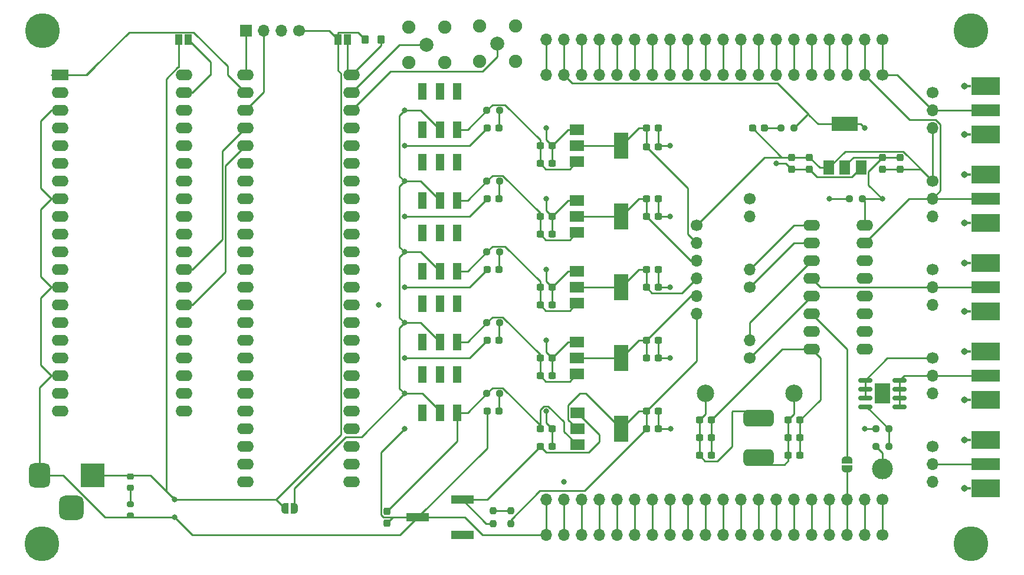
<source format=gbr>
%TF.GenerationSoftware,KiCad,Pcbnew,(6.0.5)*%
%TF.CreationDate,2022-08-06T22:36:06+10:00*%
%TF.ProjectId,glitcher,676c6974-6368-4657-922e-6b696361645f,rev?*%
%TF.SameCoordinates,Original*%
%TF.FileFunction,Copper,L1,Top*%
%TF.FilePolarity,Positive*%
%FSLAX46Y46*%
G04 Gerber Fmt 4.6, Leading zero omitted, Abs format (unit mm)*
G04 Created by KiCad (PCBNEW (6.0.5)) date 2022-08-06 22:36:06*
%MOMM*%
%LPD*%
G01*
G04 APERTURE LIST*
G04 Aperture macros list*
%AMRoundRect*
0 Rectangle with rounded corners*
0 $1 Rounding radius*
0 $2 $3 $4 $5 $6 $7 $8 $9 X,Y pos of 4 corners*
0 Add a 4 corners polygon primitive as box body*
4,1,4,$2,$3,$4,$5,$6,$7,$8,$9,$2,$3,0*
0 Add four circle primitives for the rounded corners*
1,1,$1+$1,$2,$3*
1,1,$1+$1,$4,$5*
1,1,$1+$1,$6,$7*
1,1,$1+$1,$8,$9*
0 Add four rect primitives between the rounded corners*
20,1,$1+$1,$2,$3,$4,$5,0*
20,1,$1+$1,$4,$5,$6,$7,0*
20,1,$1+$1,$6,$7,$8,$9,0*
20,1,$1+$1,$8,$9,$2,$3,0*%
%AMFreePoly0*
4,1,22,0.500000,-0.750000,0.000000,-0.750000,0.000000,-0.745033,-0.079941,-0.743568,-0.215256,-0.701293,-0.333266,-0.622738,-0.424486,-0.514219,-0.481581,-0.384460,-0.499164,-0.250000,-0.500000,-0.250000,-0.500000,0.250000,-0.499164,0.250000,-0.499963,0.256109,-0.478152,0.396186,-0.417904,0.524511,-0.324060,0.630769,-0.204165,0.706417,-0.067858,0.745374,0.000000,0.744959,0.000000,0.750000,
0.500000,0.750000,0.500000,-0.750000,0.500000,-0.750000,$1*%
%AMFreePoly1*
4,1,20,0.000000,0.744959,0.073905,0.744508,0.209726,0.703889,0.328688,0.626782,0.421226,0.519385,0.479903,0.390333,0.500000,0.250000,0.500000,-0.250000,0.499851,-0.262216,0.476331,-0.402017,0.414519,-0.529596,0.319384,-0.634700,0.198574,-0.708877,0.061801,-0.746166,0.000000,-0.745033,0.000000,-0.750000,-0.500000,-0.750000,-0.500000,0.750000,0.000000,0.750000,0.000000,0.744959,
0.000000,0.744959,$1*%
G04 Aperture macros list end*
%TA.AperFunction,SMDPad,CuDef*%
%ADD10RoundRect,0.600000X-1.590000X-0.600000X1.590000X-0.600000X1.590000X0.600000X-1.590000X0.600000X0*%
%TD*%
%TA.AperFunction,ComponentPad*%
%ADD11C,2.006600*%
%TD*%
%TA.AperFunction,ComponentPad*%
%ADD12C,1.905000*%
%TD*%
%TA.AperFunction,SMDPad,CuDef*%
%ADD13R,2.000000X1.500000*%
%TD*%
%TA.AperFunction,SMDPad,CuDef*%
%ADD14R,2.000000X3.800000*%
%TD*%
%TA.AperFunction,ComponentPad*%
%ADD15C,1.700000*%
%TD*%
%TA.AperFunction,ComponentPad*%
%ADD16O,1.700000X1.700000*%
%TD*%
%TA.AperFunction,ComponentPad*%
%ADD17C,5.000000*%
%TD*%
%TA.AperFunction,SMDPad,CuDef*%
%ADD18RoundRect,0.237500X-0.300000X-0.237500X0.300000X-0.237500X0.300000X0.237500X-0.300000X0.237500X0*%
%TD*%
%TA.AperFunction,SMDPad,CuDef*%
%ADD19RoundRect,0.237500X-0.250000X-0.237500X0.250000X-0.237500X0.250000X0.237500X-0.250000X0.237500X0*%
%TD*%
%TA.AperFunction,SMDPad,CuDef*%
%ADD20RoundRect,0.237500X-0.287500X-0.237500X0.287500X-0.237500X0.287500X0.237500X-0.287500X0.237500X0*%
%TD*%
%TA.AperFunction,SMDPad,CuDef*%
%ADD21R,1.193800X2.489200*%
%TD*%
%TA.AperFunction,SMDPad,CuDef*%
%ADD22RoundRect,0.237500X-0.237500X0.300000X-0.237500X-0.300000X0.237500X-0.300000X0.237500X0.300000X0*%
%TD*%
%TA.AperFunction,SMDPad,CuDef*%
%ADD23RoundRect,0.150000X-0.825000X-0.150000X0.825000X-0.150000X0.825000X0.150000X-0.825000X0.150000X0*%
%TD*%
%TA.AperFunction,SMDPad,CuDef*%
%ADD24R,2.290000X3.000000*%
%TD*%
%TA.AperFunction,SMDPad,CuDef*%
%ADD25R,3.300000X1.190000*%
%TD*%
%TA.AperFunction,SMDPad,CuDef*%
%ADD26RoundRect,0.237500X-0.237500X0.250000X-0.237500X-0.250000X0.237500X-0.250000X0.237500X0.250000X0*%
%TD*%
%TA.AperFunction,SMDPad,CuDef*%
%ADD27C,2.500000*%
%TD*%
%TA.AperFunction,SMDPad,CuDef*%
%ADD28R,4.190000X1.780000*%
%TD*%
%TA.AperFunction,SMDPad,CuDef*%
%ADD29R,0.890000X0.460000*%
%TD*%
%TA.AperFunction,ComponentPad*%
%ADD30C,0.970000*%
%TD*%
%TA.AperFunction,SMDPad,CuDef*%
%ADD31R,4.190000X2.665000*%
%TD*%
%TA.AperFunction,SMDPad,CuDef*%
%ADD32RoundRect,0.250000X-0.275000X-0.350000X0.275000X-0.350000X0.275000X0.350000X-0.275000X0.350000X0*%
%TD*%
%TA.AperFunction,SMDPad,CuDef*%
%ADD33RoundRect,0.237500X0.250000X0.237500X-0.250000X0.237500X-0.250000X-0.237500X0.250000X-0.237500X0*%
%TD*%
%TA.AperFunction,ComponentPad*%
%ADD34R,1.700000X1.700000*%
%TD*%
%TA.AperFunction,SMDPad,CuDef*%
%ADD35RoundRect,0.200000X-0.275000X0.200000X-0.275000X-0.200000X0.275000X-0.200000X0.275000X0.200000X0*%
%TD*%
%TA.AperFunction,SMDPad,CuDef*%
%ADD36R,1.000000X1.500000*%
%TD*%
%TA.AperFunction,SMDPad,CuDef*%
%ADD37FreePoly0,270.000000*%
%TD*%
%TA.AperFunction,SMDPad,CuDef*%
%ADD38FreePoly1,270.000000*%
%TD*%
%TA.AperFunction,SMDPad,CuDef*%
%ADD39FreePoly0,0.000000*%
%TD*%
%TA.AperFunction,SMDPad,CuDef*%
%ADD40FreePoly1,0.000000*%
%TD*%
%TA.AperFunction,ComponentPad*%
%ADD41C,2.999999*%
%TD*%
%TA.AperFunction,ComponentPad*%
%ADD42O,2.400000X1.600000*%
%TD*%
%TA.AperFunction,ComponentPad*%
%ADD43R,2.400000X1.600000*%
%TD*%
%TA.AperFunction,ComponentPad*%
%ADD44R,3.500001X3.500001*%
%TD*%
%TA.AperFunction,ComponentPad*%
%ADD45RoundRect,0.750000X-0.749999X-1.000000X0.749999X-1.000000X0.749999X1.000000X-0.749999X1.000000X0*%
%TD*%
%TA.AperFunction,ComponentPad*%
%ADD46RoundRect,0.875000X-0.875000X-0.875000X0.875000X-0.875000X0.875000X0.875000X-0.875000X0.875000X0*%
%TD*%
%TA.AperFunction,SMDPad,CuDef*%
%ADD47RoundRect,0.237500X0.237500X-0.250000X0.237500X0.250000X-0.237500X0.250000X-0.237500X-0.250000X0*%
%TD*%
%TA.AperFunction,SMDPad,CuDef*%
%ADD48RoundRect,0.237500X0.237500X-0.300000X0.237500X0.300000X-0.237500X0.300000X-0.237500X-0.300000X0*%
%TD*%
%TA.AperFunction,SMDPad,CuDef*%
%ADD49R,1.500000X2.000000*%
%TD*%
%TA.AperFunction,SMDPad,CuDef*%
%ADD50R,3.800000X2.000000*%
%TD*%
%TA.AperFunction,SMDPad,CuDef*%
%ADD51RoundRect,0.218750X0.256250X-0.218750X0.256250X0.218750X-0.256250X0.218750X-0.256250X-0.218750X0*%
%TD*%
%TA.AperFunction,ViaPad*%
%ADD52C,0.800000*%
%TD*%
%TA.AperFunction,Conductor*%
%ADD53C,0.250000*%
%TD*%
G04 APERTURE END LIST*
D10*
%TO.P,L1,1,1*%
%TO.N,FILT_IN*%
X192404880Y-127241946D03*
%TO.P,L1,2,2*%
%TO.N,FILT_OUT*%
X192404880Y-132941946D03*
%TD*%
D11*
%TO.P,J_HVPULSE1,1,In*%
%TO.N,GL_HVPULSE*%
X144780000Y-73660000D03*
D12*
%TO.P,J_HVPULSE1,2,Ext*%
%TO.N,GND*%
X142227300Y-71107300D03*
%TO.P,J_HVPULSE1,3*%
X142227300Y-76212700D03*
%TO.P,J_HVPULSE1,4*%
X147332700Y-76212700D03*
%TO.P,J_HVPULSE1,5*%
X147332700Y-71107300D03*
%TD*%
D13*
%TO.P,U6_VADJ_OUT1,1,ADJ*%
%TO.N,Net-(C11-Pad1)*%
X166394880Y-126521946D03*
%TO.P,U6_VADJ_OUT1,2,VO*%
%TO.N,VCC_VADJ*%
X166394880Y-128821946D03*
D14*
X172694880Y-128821946D03*
D13*
%TO.P,U6_VADJ_OUT1,3,VI*%
%TO.N,Net-(C3-Pad1)*%
X166394880Y-131121946D03*
%TD*%
D15*
%TO.P,J4,1,Pin_1*%
%TO.N,GND*%
X217349870Y-80561946D03*
D16*
%TO.P,J4,2,Pin_2*%
%TO.N,X_OUT*%
X217349880Y-83101946D03*
%TO.P,J4,3,Pin_3*%
%TO.N,GND*%
X217349880Y-85641946D03*
%TD*%
D15*
%TO.P,J_RIGHTEXP_OUTER1,1,Pin_1*%
%TO.N,X_OUT*%
X210184880Y-78021946D03*
D16*
%TO.P,J_RIGHTEXP_OUTER1,2,Pin_2*%
%TO.N,Y_OUT*%
X207644880Y-78021946D03*
%TO.P,J_RIGHTEXP_OUTER1,3,Pin_3*%
%TO.N,Z_OUT*%
X205104880Y-78021946D03*
%TO.P,J_RIGHTEXP_OUTER1,4,Pin_4*%
%TO.N,FREE_RIGHT4*%
X202564880Y-78021946D03*
%TO.P,J_RIGHTEXP_OUTER1,5,Pin_5*%
%TO.N,FPGA_GPIO_16*%
X200024880Y-78021946D03*
%TO.P,J_RIGHTEXP_OUTER1,6,Pin_6*%
%TO.N,FPGA_GPIO_17*%
X197484880Y-78021946D03*
%TO.P,J_RIGHTEXP_OUTER1,7,Pin_7*%
%TO.N,FPGA_GPIO_18*%
X194944880Y-78021946D03*
%TO.P,J_RIGHTEXP_OUTER1,8,Pin_8*%
%TO.N,FPGA_GPIO_12*%
X192404880Y-78021946D03*
%TO.P,J_RIGHTEXP_OUTER1,9,Pin_9*%
%TO.N,FPGA_GPIO_11*%
X189864880Y-78021946D03*
%TO.P,J_RIGHTEXP_OUTER1,10,Pin_10*%
%TO.N,FPGA_GPIO_10*%
X187324880Y-78021946D03*
%TO.P,J_RIGHTEXP_OUTER1,11,Pin_11*%
%TO.N,FPGA_GPIO_9*%
X184784880Y-78021946D03*
%TO.P,J_RIGHTEXP_OUTER1,12,Pin_12*%
%TO.N,FPGA_GPIO_8*%
X182244880Y-78021946D03*
%TO.P,J_RIGHTEXP_OUTER1,13,Pin_13*%
%TO.N,FPGA_GPIO_7*%
X179704880Y-78021946D03*
%TO.P,J_RIGHTEXP_OUTER1,14,Pin_14*%
%TO.N,FPGA_GPIO_6*%
X177164880Y-78021946D03*
%TO.P,J_RIGHTEXP_OUTER1,15,Pin_15*%
%TO.N,FPGA_GPIO_5*%
X174624880Y-78021946D03*
%TO.P,J_RIGHTEXP_OUTER1,16,Pin_16*%
%TO.N,FPGA_GPIO_4*%
X172084880Y-78021946D03*
%TO.P,J_RIGHTEXP_OUTER1,17,Pin_17*%
%TO.N,FPGA_GPIO_3*%
X169544880Y-78021946D03*
%TO.P,J_RIGHTEXP_OUTER1,18,Pin_18*%
%TO.N,FPGA_GPIO_2*%
X167004880Y-78021946D03*
%TO.P,J_RIGHTEXP_OUTER1,19,Pin_19*%
%TO.N,VCC_3V3_ALWAYS*%
X164464880Y-78021946D03*
%TO.P,J_RIGHTEXP_OUTER1,20,Pin_20*%
%TO.N,GND*%
X161924880Y-78021946D03*
%TD*%
D17*
%TO.P,REF\u002A\u002A,1*%
%TO.N,N/C*%
X222884880Y-145331946D03*
%TD*%
D18*
%TO.P,C9,1*%
%TO.N,Net-(C4-Pad1)*%
X161062380Y-88181946D03*
%TO.P,C9,2*%
%TO.N,GND*%
X162787380Y-88181946D03*
%TD*%
D19*
%TO.P,R2,1*%
%TO.N,Net-(C2-Pad1)*%
X153392380Y-113581946D03*
%TO.P,R2,2*%
%TO.N,Net-(D2-Pad2)*%
X155217380Y-113581946D03*
%TD*%
D18*
%TO.P,C12,1*%
%TO.N,VCC_1V8*%
X176302380Y-105961946D03*
%TO.P,C12,2*%
%TO.N,GND*%
X178027380Y-105961946D03*
%TD*%
%TO.P,C18,1*%
%TO.N,VCC_1V2*%
X176302380Y-118661946D03*
%TO.P,C18,2*%
%TO.N,GND*%
X178027380Y-118661946D03*
%TD*%
D20*
%TO.P,D4,1,K*%
%TO.N,GND*%
X153429880Y-85641946D03*
%TO.P,D4,2,A*%
%TO.N,Net-(D4-Pad2)*%
X155179880Y-85641946D03*
%TD*%
D15*
%TO.P,J_LEFTEXP1,1,Pin_1*%
%TO.N,GND*%
X210184880Y-144061946D03*
D16*
%TO.P,J_LEFTEXP1,2,Pin_2*%
%TO.N,FREE_LEFT2*%
X207644880Y-144061946D03*
%TO.P,J_LEFTEXP1,3,Pin_3*%
%TO.N,RPI_GP2*%
X205104880Y-144061946D03*
%TO.P,J_LEFTEXP1,4,Pin_4*%
%TO.N,RPI_GP3*%
X202564880Y-144061946D03*
%TO.P,J_LEFTEXP1,5,Pin_5*%
%TO.N,RPI_GP4*%
X200024880Y-144061946D03*
%TO.P,J_LEFTEXP1,6,Pin_6*%
%TO.N,RPI_GP5*%
X197484880Y-144061946D03*
%TO.P,J_LEFTEXP1,7,Pin_7*%
%TO.N,RPI_GP6*%
X194944880Y-144061946D03*
%TO.P,J_LEFTEXP1,8,Pin_8*%
%TO.N,RPI_GP7*%
X192404880Y-144061946D03*
%TO.P,J_LEFTEXP1,9,Pin_9*%
%TO.N,RPI_GP8*%
X189864880Y-144061946D03*
%TO.P,J_LEFTEXP1,10,Pin_10*%
%TO.N,RPI_GP9*%
X187324880Y-144061946D03*
%TO.P,J_LEFTEXP1,11,Pin_11*%
%TO.N,RPI_GP10*%
X184784880Y-144061946D03*
%TO.P,J_LEFTEXP1,12,Pin_12*%
%TO.N,RPI_GP11*%
X182244880Y-144061946D03*
%TO.P,J_LEFTEXP1,13,Pin_13*%
%TO.N,RPI_GP12*%
X179704880Y-144061946D03*
%TO.P,J_LEFTEXP1,14,Pin_14*%
%TO.N,RPI_GP13*%
X177164880Y-144061946D03*
%TO.P,J_LEFTEXP1,15,Pin_15*%
%TO.N,RPI_GP14*%
X174624880Y-144061946D03*
%TO.P,J_LEFTEXP1,16,Pin_16*%
%TO.N,RPI_GP15*%
X172084880Y-144061946D03*
%TO.P,J_LEFTEXP1,17,Pin_17*%
%TO.N,FREE_LEFT17*%
X169544880Y-144061946D03*
%TO.P,J_LEFTEXP1,18,Pin_18*%
%TO.N,FREE_LEFT18*%
X167004880Y-144061946D03*
%TO.P,J_LEFTEXP1,19,Pin_19*%
%TO.N,VCC_SWITCHED*%
X164464880Y-144061946D03*
%TO.P,J_LEFTEXP1,20,Pin_20*%
%TO.N,GND*%
X161924880Y-144061946D03*
%TD*%
D21*
%TO.P,SW3_VADJ_OUT1,1,A*%
%TO.N,unconnected-(SW3_VADJ_OUT1-Pad1)*%
X144184880Y-126497846D03*
%TO.P,SW3_VADJ_OUT1,2,B*%
%TO.N,VCC_SWITCHED*%
X146684880Y-126497846D03*
%TO.P,SW3_VADJ_OUT1,3,C*%
%TO.N,Net-(C3-Pad1)*%
X149184880Y-126497846D03*
%TO.P,SW3_VADJ_OUT1,4*%
%TO.N,N/C*%
X149184880Y-120986046D03*
%TO.P,SW3_VADJ_OUT1,5*%
X146684880Y-120986046D03*
%TO.P,SW3_VADJ_OUT1,6*%
X144184880Y-120986046D03*
%TD*%
D22*
%TO.P,C8,1*%
%TO.N,Net-(C3-Pad1)*%
X139064880Y-140659446D03*
%TO.P,C8,2*%
%TO.N,GND*%
X139064880Y-142384446D03*
%TD*%
D18*
%TO.P,C15,1*%
%TO.N,VCC_3V3*%
X176302380Y-88331946D03*
%TO.P,C15,2*%
%TO.N,GND*%
X178027380Y-88331946D03*
%TD*%
%TO.P,C16,1*%
%TO.N,VCC_2V5*%
X176302380Y-98341946D03*
%TO.P,C16,2*%
%TO.N,GND*%
X178027380Y-98341946D03*
%TD*%
D23*
%TO.P,U4,1,S*%
%TO.N,GND*%
X207709880Y-121836946D03*
%TO.P,U4,2,S*%
X207709880Y-123106946D03*
%TO.P,U4,3,S*%
X207709880Y-124376946D03*
%TO.P,U4,4,G*%
%TO.N,Net-(R10-Pad1)*%
X207709880Y-125646946D03*
%TO.P,U4,5,D*%
%TO.N,HS2_OUT*%
X212659880Y-125646946D03*
%TO.P,U4,6,D*%
X212659880Y-124376946D03*
%TO.P,U4,7,D*%
X212659880Y-123106946D03*
%TO.P,U4,8,D*%
X212659880Y-121836946D03*
D24*
%TO.P,U4,9*%
%TO.N,N/C*%
X210184880Y-123741946D03*
%TD*%
D25*
%TO.P,RV1,1,1*%
%TO.N,unconnected-(RV1-Pad1)*%
X149884880Y-144061946D03*
%TO.P,RV1,2,2*%
%TO.N,GND*%
X143484880Y-141521946D03*
%TO.P,RV1,3,3*%
%TO.N,Net-(C11-Pad1)*%
X149884880Y-138981946D03*
%TD*%
D18*
%TO.P,C28,1*%
%TO.N,FILT_IN*%
X183922380Y-130091946D03*
%TO.P,C28,2*%
%TO.N,GND*%
X185647380Y-130091946D03*
%TD*%
D26*
%TO.P,R7,1*%
%TO.N,Net-(R6-Pad2)*%
X156844880Y-140609446D03*
%TO.P,R7,2*%
%TO.N,VCC_VADJ*%
X156844880Y-142434446D03*
%TD*%
D27*
%TO.P,TP4,1,1*%
%TO.N,FILT_OUT*%
X197484880Y-123741946D03*
%TD*%
D15*
%TO.P,J_LEFTEXP_OUTER1,1,Pin_1*%
%TO.N,GND*%
X210184882Y-138981938D03*
D16*
%TO.P,J_LEFTEXP_OUTER1,2,Pin_2*%
%TO.N,FREE_LEFT2*%
X207644880Y-138981946D03*
%TO.P,J_LEFTEXP_OUTER1,3,Pin_3*%
%TO.N,RPI_GP2*%
X205104880Y-138981946D03*
%TO.P,J_LEFTEXP_OUTER1,4,Pin_4*%
%TO.N,RPI_GP3*%
X202564880Y-138981946D03*
%TO.P,J_LEFTEXP_OUTER1,5,Pin_5*%
%TO.N,RPI_GP4*%
X200024880Y-138981946D03*
%TO.P,J_LEFTEXP_OUTER1,6,Pin_6*%
%TO.N,RPI_GP5*%
X197484880Y-138981946D03*
%TO.P,J_LEFTEXP_OUTER1,7,Pin_7*%
%TO.N,RPI_GP6*%
X194944880Y-138981946D03*
%TO.P,J_LEFTEXP_OUTER1,8,Pin_8*%
%TO.N,RPI_GP7*%
X192404880Y-138981946D03*
%TO.P,J_LEFTEXP_OUTER1,9,Pin_9*%
%TO.N,RPI_GP8*%
X189864880Y-138981946D03*
%TO.P,J_LEFTEXP_OUTER1,10,Pin_10*%
%TO.N,RPI_GP9*%
X187324880Y-138981946D03*
%TO.P,J_LEFTEXP_OUTER1,11,Pin_11*%
%TO.N,RPI_GP10*%
X184784880Y-138981946D03*
%TO.P,J_LEFTEXP_OUTER1,12,Pin_12*%
%TO.N,RPI_GP11*%
X182244880Y-138981946D03*
%TO.P,J_LEFTEXP_OUTER1,13,Pin_13*%
%TO.N,RPI_GP12*%
X179704880Y-138981946D03*
%TO.P,J_LEFTEXP_OUTER1,14,Pin_14*%
%TO.N,RPI_GP13*%
X177164880Y-138981946D03*
%TO.P,J_LEFTEXP_OUTER1,15,Pin_15*%
%TO.N,RPI_GP14*%
X174624880Y-138981946D03*
%TO.P,J_LEFTEXP_OUTER1,16,Pin_16*%
%TO.N,RPI_GP15*%
X172084880Y-138981946D03*
%TO.P,J_LEFTEXP_OUTER1,17,Pin_17*%
%TO.N,FREE_LEFT17*%
X169544880Y-138981946D03*
%TO.P,J_LEFTEXP_OUTER1,18,Pin_18*%
%TO.N,FREE_LEFT18*%
X167004880Y-138981946D03*
%TO.P,J_LEFTEXP_OUTER1,19,Pin_19*%
%TO.N,VCC_SWITCHED*%
X164464880Y-138981946D03*
%TO.P,J_LEFTEXP_OUTER1,20,Pin_20*%
%TO.N,GND*%
X161924882Y-138981938D03*
%TD*%
D13*
%TO.P,U8_2V5_OUT1,1,GND*%
%TO.N,GND*%
X166354880Y-96041946D03*
D14*
%TO.P,U8_2V5_OUT1,2,VO*%
%TO.N,VCC_2V5*%
X172654880Y-98341946D03*
D13*
X166354880Y-98341946D03*
%TO.P,U8_2V5_OUT1,3,VI*%
%TO.N,Net-(C10-Pad1)*%
X166354880Y-100641946D03*
%TD*%
D19*
%TO.P,R3,1*%
%TO.N,Net-(C3-Pad1)*%
X153392380Y-123741946D03*
%TO.P,R3,2*%
%TO.N,Net-(D3-Pad2)*%
X155217380Y-123741946D03*
%TD*%
D28*
%TO.P,HS2_OUT1,1,In*%
%TO.N,HS2_OUT*%
X224969880Y-121201946D03*
D29*
%TO.P,HS2_OUT1,2,Ext*%
%TO.N,GND*%
X222429880Y-117709446D03*
D30*
X221984880Y-124694446D03*
D31*
X224969880Y-124694446D03*
D29*
X222429880Y-124694446D03*
D30*
X221984880Y-117709446D03*
D31*
X224969880Y-117709446D03*
%TD*%
D19*
%TO.P,R1,1*%
%TO.N,Net-(C1-Pad1)*%
X153392380Y-103421946D03*
%TO.P,R1,2*%
%TO.N,Net-(D1-Pad2)*%
X155217380Y-103421946D03*
%TD*%
D18*
%TO.P,C2,1*%
%TO.N,Net-(C2-Pad1)*%
X161062380Y-121201946D03*
%TO.P,C2,2*%
%TO.N,GND*%
X162787380Y-121201946D03*
%TD*%
D32*
%TO.P,FB1,1*%
%TO.N,VCC*%
X135959166Y-72941946D03*
%TO.P,FB1,2*%
%TO.N,Net-(FB1-Pad2)*%
X138259166Y-72941946D03*
%TD*%
D15*
%TO.P,J2,1,Pin_1*%
%TO.N,GND*%
X183514880Y-99611946D03*
D16*
%TO.P,J2,2,Pin_2*%
%TO.N,VCC_3V3*%
X183514880Y-102151946D03*
%TO.P,J2,3,Pin_3*%
%TO.N,VCC_2V5*%
X183514880Y-104691946D03*
%TO.P,J2,4,Pin_4*%
%TO.N,VCC_1V8*%
X183514880Y-107231946D03*
%TO.P,J2,5,Pin_5*%
%TO.N,VCC_1V2*%
X183514880Y-109771946D03*
%TO.P,J2,6,Pin_6*%
%TO.N,VCC_VADJ*%
X183514880Y-112311946D03*
%TD*%
D18*
%TO.P,C21,1*%
%TO.N,VCC_2V5*%
X176302380Y-95801946D03*
%TO.P,C21,2*%
%TO.N,GND*%
X178027380Y-95801946D03*
%TD*%
D21*
%TO.P,SW1_1V8_OUT1,1,A*%
%TO.N,unconnected-(SW1_1V8_OUT1-Pad1)*%
X144184880Y-106177846D03*
%TO.P,SW1_1V8_OUT1,2,B*%
%TO.N,VCC_SWITCHED*%
X146684880Y-106177846D03*
%TO.P,SW1_1V8_OUT1,3,C*%
%TO.N,Net-(C1-Pad1)*%
X149184880Y-106177846D03*
%TO.P,SW1_1V8_OUT1,4*%
%TO.N,N/C*%
X149184880Y-100666046D03*
%TO.P,SW1_1V8_OUT1,5*%
X146684880Y-100666046D03*
%TO.P,SW1_1V8_OUT1,6*%
X144184880Y-100666046D03*
%TD*%
D28*
%TO.P,SMA_Y1,1,In*%
%TO.N,Y_OUT*%
X224969880Y-95801946D03*
D29*
%TO.P,SMA_Y1,2,Ext*%
%TO.N,GND*%
X222429880Y-99294446D03*
D31*
X224969880Y-99294446D03*
D30*
X221984880Y-99294446D03*
D29*
X222429880Y-92309446D03*
D30*
X221984880Y-92309446D03*
D31*
X224969880Y-92309446D03*
%TD*%
D13*
%TO.P,U5_1V2_OUT1,1,GND*%
%TO.N,GND*%
X166354880Y-116361946D03*
D14*
%TO.P,U5_1V2_OUT1,2,VO*%
%TO.N,VCC_1V2*%
X172654880Y-118661946D03*
D13*
X166354880Y-118661946D03*
%TO.P,U5_1V2_OUT1,3,VI*%
%TO.N,Net-(C2-Pad1)*%
X166354880Y-120961946D03*
%TD*%
D33*
%TO.P,PULLUP_MAX4619_EN1,1*%
%TO.N,VCC_3V3_ALWAYS*%
X207287380Y-95801946D03*
%TO.P,PULLUP_MAX4619_EN1,2*%
%TO.N,MAX4619_EN*%
X205462380Y-95801946D03*
%TD*%
D21*
%TO.P,SW5_2V5_OUT1,1,A*%
%TO.N,unconnected-(SW5_2V5_OUT1-Pad1)*%
X144184880Y-96017846D03*
%TO.P,SW5_2V5_OUT1,2,B*%
%TO.N,VCC_SWITCHED*%
X146684880Y-96017846D03*
%TO.P,SW5_2V5_OUT1,3,C*%
%TO.N,Net-(C10-Pad1)*%
X149184880Y-96017846D03*
%TO.P,SW5_2V5_OUT1,4*%
%TO.N,N/C*%
X149184880Y-90506046D03*
%TO.P,SW5_2V5_OUT1,5*%
X146684880Y-90506046D03*
%TO.P,SW5_2V5_OUT1,6*%
X144184880Y-90506046D03*
%TD*%
D28*
%TO.P,TRIG_IN1,1,In*%
%TO.N,TRIG_IN*%
X224969880Y-133901946D03*
D30*
%TO.P,TRIG_IN1,2,Ext*%
%TO.N,GND*%
X221984880Y-130409446D03*
D31*
X224969880Y-130409446D03*
D30*
X221984880Y-137394446D03*
D31*
X224969880Y-137394446D03*
D29*
X222429880Y-130409446D03*
X222429880Y-137394446D03*
%TD*%
D18*
%TO.P,C13,1*%
%TO.N,VCC_1V2*%
X176302380Y-116121946D03*
%TO.P,C13,2*%
%TO.N,GND*%
X178027380Y-116121946D03*
%TD*%
D15*
%TO.P,J7,1,Pin_1*%
%TO.N,GND*%
X217349870Y-105961946D03*
D16*
%TO.P,J7,2,Pin_2*%
%TO.N,Z_OUT*%
X217349880Y-108501946D03*
%TO.P,J7,3,Pin_3*%
%TO.N,GND*%
X217349880Y-111041946D03*
%TD*%
D15*
%TO.P,J_EXT_UART1,1,Pin_1*%
%TO.N,VCC*%
X126429167Y-71671948D03*
D16*
%TO.P,J_EXT_UART1,2,Pin_2*%
%TO.N,RPI_GP0*%
X123889166Y-71671946D03*
%TO.P,J_EXT_UART1,3,Pin_3*%
%TO.N,RPI_GP1*%
X121349166Y-71671946D03*
D34*
%TO.P,J_EXT_UART1,4,Pin_4*%
%TO.N,GND*%
X118809167Y-71671948D03*
%TD*%
D15*
%TO.P,J_RIGHTEXP1,1,Pin_1*%
%TO.N,X_OUT*%
X210184880Y-72941946D03*
D16*
%TO.P,J_RIGHTEXP1,2,Pin_2*%
%TO.N,Y_OUT*%
X207644880Y-72941946D03*
%TO.P,J_RIGHTEXP1,3,Pin_3*%
%TO.N,Z_OUT*%
X205104880Y-72941946D03*
%TO.P,J_RIGHTEXP1,4,Pin_4*%
%TO.N,FREE_RIGHT4*%
X202564880Y-72941946D03*
%TO.P,J_RIGHTEXP1,5,Pin_5*%
%TO.N,FPGA_GPIO_16*%
X200024880Y-72941946D03*
%TO.P,J_RIGHTEXP1,6,Pin_6*%
%TO.N,FPGA_GPIO_17*%
X197484880Y-72941946D03*
%TO.P,J_RIGHTEXP1,7,Pin_7*%
%TO.N,FPGA_GPIO_18*%
X194944880Y-72941946D03*
%TO.P,J_RIGHTEXP1,8,Pin_8*%
%TO.N,FPGA_GPIO_12*%
X192404880Y-72941946D03*
%TO.P,J_RIGHTEXP1,9,Pin_9*%
%TO.N,FPGA_GPIO_11*%
X189864880Y-72941946D03*
%TO.P,J_RIGHTEXP1,10,Pin_10*%
%TO.N,FPGA_GPIO_10*%
X187324880Y-72941946D03*
%TO.P,J_RIGHTEXP1,11,Pin_11*%
%TO.N,FPGA_GPIO_9*%
X184784880Y-72941946D03*
%TO.P,J_RIGHTEXP1,12,Pin_12*%
%TO.N,FPGA_GPIO_8*%
X182244880Y-72941946D03*
%TO.P,J_RIGHTEXP1,13,Pin_13*%
%TO.N,FPGA_GPIO_7*%
X179704880Y-72941946D03*
%TO.P,J_RIGHTEXP1,14,Pin_14*%
%TO.N,FPGA_GPIO_6*%
X177164880Y-72941946D03*
%TO.P,J_RIGHTEXP1,15,Pin_15*%
%TO.N,FPGA_GPIO_5*%
X174624880Y-72941946D03*
%TO.P,J_RIGHTEXP1,16,Pin_16*%
%TO.N,FPGA_GPIO_4*%
X172084880Y-72941946D03*
%TO.P,J_RIGHTEXP1,17,Pin_17*%
%TO.N,FPGA_GPIO_3*%
X169544880Y-72941946D03*
%TO.P,J_RIGHTEXP1,18,Pin_18*%
%TO.N,FPGA_GPIO_2*%
X167004880Y-72941946D03*
%TO.P,J_RIGHTEXP1,19,Pin_19*%
%TO.N,VCC_3V3_ALWAYS*%
X164464880Y-72941946D03*
%TO.P,J_RIGHTEXP1,20,Pin_20*%
%TO.N,GND*%
X161924880Y-72941946D03*
%TD*%
D33*
%TO.P,R10,1*%
%TO.N,Net-(R10-Pad1)*%
X211097380Y-128821946D03*
%TO.P,R10,2*%
%TO.N,GND*%
X209272380Y-128821946D03*
%TD*%
D17*
%TO.P,REF\u002A\u002A,1*%
%TO.N,N/C*%
X222884880Y-71671946D03*
%TD*%
D22*
%TO.P,C25,1*%
%TO.N,VCC_3V3_ALWAYS*%
X210184880Y-89859446D03*
%TO.P,C25,2*%
%TO.N,GND*%
X210184880Y-91584446D03*
%TD*%
D35*
%TO.P,R11,1*%
%TO.N,Net-(D7-Pad1)*%
X102234880Y-139626948D03*
%TO.P,R11,2*%
%TO.N,GND*%
X102234880Y-141276948D03*
%TD*%
D18*
%TO.P,C20,1*%
%TO.N,VCC_3V3*%
X176302380Y-85641946D03*
%TO.P,C20,2*%
%TO.N,GND*%
X178027380Y-85641946D03*
%TD*%
%TO.P,C3,1*%
%TO.N,Net-(C3-Pad1)*%
X161062380Y-128821946D03*
%TO.P,C3,2*%
%TO.N,GND*%
X162787380Y-128821946D03*
%TD*%
D36*
%TO.P,JP2,1,A*%
%TO.N,Net-(JP2-Pad1)*%
X110504880Y-72941946D03*
%TO.P,JP2,2,B*%
%TO.N,VCC*%
X109204880Y-72941946D03*
%TD*%
D37*
%TO.P,JP1,1,A*%
%TO.N,MAX4619_EN*%
X205104880Y-133251946D03*
D38*
%TO.P,JP1,2,B*%
%TO.N,RPI_GP2*%
X205104880Y-134551946D03*
%TD*%
D19*
%TO.P,R5,1*%
%TO.N,Net-(C10-Pad1)*%
X153392380Y-93261946D03*
%TO.P,R5,2*%
%TO.N,Net-(D5-Pad2)*%
X155217380Y-93261946D03*
%TD*%
%TO.P,R9,1*%
%TO.N,GL_GATE*%
X209272380Y-131361946D03*
%TO.P,R9,2*%
%TO.N,Net-(R10-Pad1)*%
X211097380Y-131361946D03*
%TD*%
D18*
%TO.P,C26,1*%
%TO.N,FILT_IN*%
X183922380Y-132631946D03*
%TO.P,C26,2*%
%TO.N,GND*%
X185647380Y-132631946D03*
%TD*%
%TO.P,C14,1*%
%TO.N,VCC_VADJ*%
X176302380Y-126281946D03*
%TO.P,C14,2*%
%TO.N,GND*%
X178027380Y-126281946D03*
%TD*%
D15*
%TO.P,J5,1,Pin_1*%
%TO.N,GND*%
X217349870Y-93261946D03*
D16*
%TO.P,J5,2,Pin_2*%
%TO.N,Y_OUT*%
X217349880Y-95801946D03*
%TO.P,J5,3,Pin_3*%
%TO.N,GND*%
X217349880Y-98341946D03*
%TD*%
D15*
%TO.P,J6,1,Pin_1*%
%TO.N,GND*%
X217349870Y-131361946D03*
D16*
%TO.P,J6,2,Pin_2*%
%TO.N,TRIG_IN*%
X217349880Y-133901946D03*
%TO.P,J6,3,Pin_3*%
%TO.N,GND*%
X217349880Y-136441946D03*
%TD*%
D18*
%TO.P,C31,1*%
%TO.N,FILT_OUT*%
X196647380Y-127551946D03*
%TO.P,C31,2*%
%TO.N,GND*%
X198372380Y-127551946D03*
%TD*%
%TO.P,C11,1*%
%TO.N,Net-(C11-Pad1)*%
X161062380Y-131361946D03*
%TO.P,C11,2*%
%TO.N,GND*%
X162787380Y-131361946D03*
%TD*%
D39*
%TO.P,JP4,1,A*%
%TO.N,VCC*%
X124444880Y-140251946D03*
D40*
%TO.P,JP4,2,B*%
%TO.N,VCC_SWITCHED*%
X125744880Y-140251946D03*
%TD*%
D18*
%TO.P,C30,1*%
%TO.N,FILT_OUT*%
X196647380Y-132631946D03*
%TO.P,C30,2*%
%TO.N,GND*%
X198372380Y-132631946D03*
%TD*%
D13*
%TO.P,U4_1V8_OUT1,1,GND*%
%TO.N,GND*%
X166354880Y-106201946D03*
D14*
%TO.P,U4_1V8_OUT1,2,VO*%
%TO.N,VCC_1V8*%
X172654880Y-108501946D03*
D13*
X166354880Y-108501946D03*
%TO.P,U4_1V8_OUT1,3,VI*%
%TO.N,Net-(C1-Pad1)*%
X166354880Y-110801946D03*
%TD*%
D18*
%TO.P,C4,1*%
%TO.N,Net-(C4-Pad1)*%
X161062380Y-90721946D03*
%TO.P,C4,2*%
%TO.N,GND*%
X162787380Y-90721946D03*
%TD*%
D17*
%TO.P,REF\u002A\u002A,1*%
%TO.N,N/C*%
X89599166Y-71671946D03*
%TD*%
D41*
%TO.P,REF\u002A\u002A,1*%
%TO.N,GL_GATE*%
X210184880Y-134536946D03*
%TD*%
D18*
%TO.P,C19,1*%
%TO.N,VCC_VADJ*%
X176302380Y-128821946D03*
%TO.P,C19,2*%
%TO.N,GND*%
X178027380Y-128821946D03*
%TD*%
D15*
%TO.P,PINS_Z_INPUT1,1,Pin_1*%
%TO.N,Net-(PINS_Z_INPUT1-Pad1)*%
X191134880Y-118661946D03*
D16*
%TO.P,PINS_Z_INPUT1,2,Pin_2*%
%TO.N,Net-(PINS_Z_INPUT1-Pad2)*%
X191134880Y-116121946D03*
%TD*%
D18*
%TO.P,C1,1*%
%TO.N,Net-(C1-Pad1)*%
X161062380Y-111041946D03*
%TO.P,C1,2*%
%TO.N,GND*%
X162787380Y-111041946D03*
%TD*%
D20*
%TO.P,D3,1,K*%
%TO.N,GND*%
X153429880Y-126281946D03*
%TO.P,D3,2,A*%
%TO.N,Net-(D3-Pad2)*%
X155179880Y-126281946D03*
%TD*%
D18*
%TO.P,C6,1*%
%TO.N,Net-(C1-Pad1)*%
X161062380Y-108501946D03*
%TO.P,C6,2*%
%TO.N,GND*%
X162787380Y-108501946D03*
%TD*%
D22*
%TO.P,C24,1*%
%TO.N,VCC_3V3_ALWAYS*%
X212724880Y-89859446D03*
%TO.P,C24,2*%
%TO.N,GND*%
X212724880Y-91584446D03*
%TD*%
D42*
%TO.P,U2,1,PIO01*%
%TO.N,MAX4619_C*%
X133984884Y-136441938D03*
%TO.P,U2,2,PIO02*%
%TO.N,MAX4619_B*%
X133984880Y-133901946D03*
%TO.P,U2,3,PIO03*%
%TO.N,MAX4619_A*%
X133984880Y-131361946D03*
%TO.P,U2,4,PIO04*%
%TO.N,FPGA_GPIO_12*%
X133984880Y-128821946D03*
%TO.P,U2,5,PIO05*%
%TO.N,FPGA_GPIO_11*%
X133984880Y-126281946D03*
%TO.P,U2,6,PIO06*%
%TO.N,FPGA_GPIO_10*%
X133984880Y-123741946D03*
%TO.P,U2,7,PIO07*%
%TO.N,FPGA_GPIO_9*%
X133984880Y-121201946D03*
%TO.P,U2,8,PIO08*%
%TO.N,FPGA_GPIO_8*%
X133984880Y-118661946D03*
%TO.P,U2,9,PIO09*%
%TO.N,FPGA_GPIO_7*%
X133984880Y-116121946D03*
%TO.P,U2,10,PIO10*%
%TO.N,FPGA_GPIO_6*%
X133984880Y-113581946D03*
%TO.P,U2,11,PIO11*%
%TO.N,FPGA_GPIO_5*%
X133984880Y-111041946D03*
%TO.P,U2,12,PIO12*%
%TO.N,FPGA_GPIO_4*%
X133984880Y-108501946D03*
%TO.P,U2,13,PIO13*%
%TO.N,FPGA_GPIO_3*%
X133984880Y-105961946D03*
%TO.P,U2,14,PIO14*%
%TO.N,FPGA_GPIO_2*%
X133984880Y-103421946D03*
%TO.P,U2,15,PIO15*%
%TO.N,FPGA_GPIO_1*%
X133984880Y-100881946D03*
%TO.P,U2,16,PIO16*%
%TO.N,unconnected-(U2-Pad16)*%
X133984880Y-98341946D03*
%TO.P,U2,17,PIO17*%
%TO.N,FPGA_GPIO_16*%
X133984880Y-95801946D03*
%TO.P,U2,18,PIO18*%
%TO.N,FPGA_GPIO_17*%
X133984880Y-93261946D03*
%TO.P,U2,19,PIO19*%
%TO.N,FPGA_GPIO_18*%
X133984880Y-90721946D03*
%TO.P,U2,20,PIO20*%
%TO.N,unconnected-(U2-Pad20)*%
X133984880Y-88181946D03*
%TO.P,U2,21,PIO21*%
%TO.N,unconnected-(U2-Pad21)*%
X133984880Y-85641946D03*
%TO.P,U2,22,PIO22*%
%TO.N,GL_TRIG2*%
X133984880Y-83101946D03*
%TO.P,U2,23,PIO23*%
%TO.N,GL_HVPULSE*%
X133984880Y-80561946D03*
%TO.P,U2,24,VU*%
%TO.N,Net-(FB1-Pad2)*%
X133984880Y-78021946D03*
%TO.P,U2,25,GND*%
%TO.N,GND*%
X118744880Y-78021946D03*
%TO.P,U2,26,PIO26*%
%TO.N,RPI_GP0*%
X118744880Y-80561946D03*
%TO.P,U2,27,PIO27*%
%TO.N,RPI_GP1*%
X118744880Y-83101946D03*
%TO.P,U2,28,PIO28*%
%TO.N,FPGA_3*%
X118744880Y-85641946D03*
%TO.P,U2,29,PIO29*%
%TO.N,FPGA_4*%
X118744880Y-88181946D03*
%TO.P,U2,30,PIO30*%
%TO.N,unconnected-(U2-Pad30)*%
X118744880Y-90721946D03*
%TO.P,U2,31,PIO31*%
%TO.N,unconnected-(U2-Pad31)*%
X118744880Y-93261946D03*
%TO.P,U2,32,PIO32*%
%TO.N,unconnected-(U2-Pad32)*%
X118744880Y-95801946D03*
%TO.P,U2,33,PIO33*%
%TO.N,unconnected-(U2-Pad33)*%
X118744880Y-98341946D03*
%TO.P,U2,34,PIO34*%
%TO.N,unconnected-(U2-Pad34)*%
X118744880Y-100881946D03*
%TO.P,U2,35,PIO35*%
%TO.N,unconnected-(U2-Pad35)*%
X118744880Y-103421946D03*
%TO.P,U2,36,PIO36*%
%TO.N,unconnected-(U2-Pad36)*%
X118744880Y-105961946D03*
%TO.P,U2,37,PIO37*%
%TO.N,unconnected-(U2-Pad37)*%
X118744880Y-108501946D03*
%TO.P,U2,38,PIO38*%
%TO.N,unconnected-(U2-Pad38)*%
X118744880Y-111041946D03*
%TO.P,U2,39,PIO39*%
%TO.N,unconnected-(U2-Pad39)*%
X118744880Y-113581946D03*
%TO.P,U2,40,PIO40*%
%TO.N,unconnected-(U2-Pad40)*%
X118744880Y-116121946D03*
%TO.P,U2,41,PIO41*%
%TO.N,unconnected-(U2-Pad41)*%
X118744880Y-118661946D03*
%TO.P,U2,42,PIO42*%
%TO.N,unconnected-(U2-Pad42)*%
X118744880Y-121201946D03*
%TO.P,U2,43,PIO43*%
%TO.N,unconnected-(U2-Pad43)*%
X118744880Y-123741946D03*
%TO.P,U2,44,PIO44*%
%TO.N,unconnected-(U2-Pad44)*%
X118744880Y-126281946D03*
%TO.P,U2,45,PIO45*%
%TO.N,unconnected-(U2-Pad45)*%
X118744880Y-128821946D03*
%TO.P,U2,46,PIO46*%
%TO.N,unconnected-(U2-Pad46)*%
X118744880Y-131361946D03*
%TO.P,U2,47,PIO47*%
%TO.N,GL_GATE*%
X118744880Y-133901946D03*
%TO.P,U2,48,PIO48*%
%TO.N,TRIG_IN*%
X118744880Y-136441946D03*
%TD*%
D11*
%TO.P,J_TRIG2,1,In*%
%TO.N,GL_TRIG2*%
X154940000Y-73538000D03*
D12*
%TO.P,J_TRIG2,2,Ext*%
%TO.N,GND*%
X152387300Y-70985300D03*
%TO.P,J_TRIG2,3*%
X152387300Y-76090704D03*
%TO.P,J_TRIG2,4*%
X157492700Y-76090704D03*
%TO.P,J_TRIG2,5*%
X157492700Y-70985304D03*
%TD*%
D20*
%TO.P,D2,1,K*%
%TO.N,GND*%
X153429880Y-116121946D03*
%TO.P,D2,2,A*%
%TO.N,Net-(D2-Pad2)*%
X155179880Y-116121946D03*
%TD*%
%TO.P,D1,1,K*%
%TO.N,GND*%
X153429880Y-105961946D03*
%TO.P,D1,2,A*%
%TO.N,Net-(D1-Pad2)*%
X155179880Y-105961946D03*
%TD*%
D18*
%TO.P,C7,1*%
%TO.N,Net-(C2-Pad1)*%
X161062380Y-118661946D03*
%TO.P,C7,2*%
%TO.N,GND*%
X162787380Y-118661946D03*
%TD*%
D42*
%TO.P,U3,1,Y1*%
%TO.N,Net-(PINS_Y_INPUT1-Pad2)*%
X200034888Y-99601938D03*
%TO.P,U3,2,Y0*%
%TO.N,Net-(PINS_Y_INPUT1-Pad1)*%
X200034880Y-102141946D03*
%TO.P,U3,3,Z1*%
%TO.N,Net-(PINS_Z_INPUT1-Pad2)*%
X200034880Y-104681946D03*
%TO.P,U3,4,Z*%
%TO.N,Z_OUT*%
X200034880Y-107221946D03*
%TO.P,U3,5,Z0*%
%TO.N,Net-(PINS_Z_INPUT1-Pad1)*%
X200034880Y-109761946D03*
%TO.P,U3,6,ENABLE*%
%TO.N,MAX4619_EN*%
X200034880Y-112301946D03*
%TO.P,U3,7,NC*%
%TO.N,unconnected-(U3-Pad7)*%
X200034880Y-114841946D03*
%TO.P,U3,8,GND*%
%TO.N,GND*%
X200034880Y-117381946D03*
%TO.P,U3,9,C*%
%TO.N,MAX4619_C*%
X207654880Y-117381946D03*
%TO.P,U3,10,B*%
%TO.N,MAX4619_B*%
X207654880Y-114841946D03*
%TO.P,U3,11,A*%
%TO.N,MAX4619_A*%
X207654880Y-112301946D03*
%TO.P,U3,12,X0*%
%TO.N,Net-(PINS_X_INPUT1-Pad2)*%
X207654880Y-109761946D03*
%TO.P,U3,13,X1*%
%TO.N,Net-(PINS_X_INPUT1-Pad1)*%
X207654880Y-107221946D03*
%TO.P,U3,14,X*%
%TO.N,X_OUT*%
X207654880Y-104681946D03*
%TO.P,U3,15,Y*%
%TO.N,Y_OUT*%
X207654880Y-102141946D03*
%TO.P,U3,16,VCC*%
%TO.N,VCC_3V3_ALWAYS*%
X207654880Y-99601946D03*
%TD*%
D43*
%TO.P,U1,1,UART0_TX/I2C0_SDA/SPI0_RX/GP0*%
%TO.N,RPI_GP0*%
X92134166Y-78026946D03*
D42*
%TO.P,U1,2,UART0_RX/I2C0_SCL/GPI0_CSn/GP1*%
%TO.N,RPI_GP1*%
X92134166Y-80566946D03*
%TO.P,U1,3,GND*%
%TO.N,GND*%
X92134166Y-83106946D03*
%TO.P,U1,4,I2C1_SDA/SPI0_SCK/GP2*%
%TO.N,RPI_GP2*%
X92134166Y-85646946D03*
%TO.P,U1,5,I2C1_SCL/SPI0_TX/GP3*%
%TO.N,RPI_GP3*%
X92134166Y-88186946D03*
%TO.P,U1,6,UART1_TX/I2C0_SDA/SPI0_RX/GP4*%
%TO.N,RPI_GP4*%
X92134166Y-90726946D03*
%TO.P,U1,7,UART1_RX/I2C0_SCL/SPI0_CSn/GP5*%
%TO.N,RPI_GP5*%
X92134166Y-93266946D03*
%TO.P,U1,8,GND*%
%TO.N,GND*%
X92134166Y-95806946D03*
%TO.P,U1,9,I2C1_SDA/SPI0_SCK/GP6*%
%TO.N,RPI_GP6*%
X92134166Y-98346946D03*
%TO.P,U1,10,I2C1_SCL/SPI0_TX/GP7*%
%TO.N,RPI_GP7*%
X92134166Y-100886946D03*
%TO.P,U1,11,UART1_TX/I2C0_SDA/SPI1_RX/GP8*%
%TO.N,RPI_GP8*%
X92134166Y-103426946D03*
%TO.P,U1,12,UART1_RX/I2C0_SCL/SPI1_CSn/GP9*%
%TO.N,RPI_GP9*%
X92134166Y-105966946D03*
%TO.P,U1,13,GND*%
%TO.N,GND*%
X92134166Y-108506946D03*
%TO.P,U1,14,I2C1_SDA/SPI1_SCK/GP10*%
%TO.N,RPI_GP10*%
X92134166Y-111046946D03*
%TO.P,U1,15,I2C1_SCL/SPI1_TX/GP11*%
%TO.N,RPI_GP11*%
X92134166Y-113586946D03*
%TO.P,U1,16,UART0_TX/I2C0_SDA/GPI1_RX/GP12*%
%TO.N,RPI_GP12*%
X92134166Y-116126946D03*
%TO.P,U1,17,UART0_RX/I2C0_SCL/SPI1_CSn/GP13*%
%TO.N,RPI_GP13*%
X92134166Y-118666946D03*
%TO.P,U1,18,GND*%
%TO.N,GND*%
X92134166Y-121206946D03*
%TO.P,U1,19,I2C1_SDA/SPI1_SCK/GP14*%
%TO.N,RPI_GP14*%
X92134166Y-123746946D03*
%TO.P,U1,20,I2C1_SCL/SPI1_TX/GP15*%
%TO.N,RPI_GP15*%
X92134166Y-126286946D03*
%TO.P,U1,21,UART0_TX/I2C0_SDA/SPI0_RX/GP16*%
%TO.N,RPI_GP16*%
X109914166Y-126286946D03*
%TO.P,U1,22,UART0_RX/I2C0_SCL/SPI0_CSn/GP17*%
%TO.N,RPI_GP17*%
X109914166Y-123746946D03*
%TO.P,U1,23,GND*%
%TO.N,GND*%
X109914166Y-121206946D03*
%TO.P,U1,24,I2C1_SDA/SPI0_SCK/GP18*%
%TO.N,unconnected-(U1-Pad24)*%
X109914166Y-118666946D03*
%TO.P,U1,25,I2C1_SCL/SPI0_TX/GP19*%
%TO.N,unconnected-(U1-Pad25)*%
X109914166Y-116126946D03*
%TO.P,U1,26,I2C0_SDA/GP20*%
%TO.N,unconnected-(U1-Pad26)*%
X109914166Y-113586946D03*
%TO.P,U1,27,I2C0_SCL/GP21*%
%TO.N,FPGA_4*%
X109914166Y-111046946D03*
%TO.P,U1,28,GND*%
%TO.N,unconnected-(U1-Pad28)*%
X109914166Y-108506946D03*
%TO.P,U1,29,GP22*%
%TO.N,FPGA_3*%
X109914166Y-105966946D03*
%TO.P,U1,30,RUN*%
%TO.N,unconnected-(U1-Pad30)*%
X109914166Y-103426946D03*
%TO.P,U1,31,I2C1_SDA/ADC0/GP26*%
%TO.N,Net-(TP2-Pad1)*%
X109914166Y-100886946D03*
%TO.P,U1,32,I2C1_SCL/ADC1/GP27*%
%TO.N,Net-(TP1-Pad1)*%
X109914166Y-98346946D03*
%TO.P,U1,33,AGND/GND*%
%TO.N,unconnected-(U1-Pad33)*%
X109914166Y-95806946D03*
%TO.P,U1,34,ADC2/GP28*%
%TO.N,unconnected-(U1-Pad34)*%
X109914166Y-93266946D03*
%TO.P,U1,35,ADC_VREF*%
%TO.N,unconnected-(U1-Pad35)*%
X109914166Y-90726946D03*
%TO.P,U1,36,3V3OUT*%
%TO.N,unconnected-(U1-Pad36)*%
X109914166Y-88186946D03*
%TO.P,U1,37,3V3_EN*%
%TO.N,unconnected-(U1-Pad37)*%
X109914166Y-85646946D03*
%TO.P,U1,38,GND*%
%TO.N,GND*%
X109914166Y-83106946D03*
%TO.P,U1,39,VSYS*%
%TO.N,Net-(JP2-Pad1)*%
X109914166Y-80566946D03*
%TO.P,U1,40,VBUS*%
%TO.N,unconnected-(U1-Pad40)*%
X109914166Y-78026946D03*
%TD*%
D18*
%TO.P,C5,1*%
%TO.N,Net-(C10-Pad1)*%
X161062380Y-100881946D03*
%TO.P,C5,2*%
%TO.N,GND*%
X162787380Y-100881946D03*
%TD*%
D44*
%TO.P,J1,1*%
%TO.N,VCC*%
X96804890Y-135484438D03*
D45*
%TO.P,J1,2*%
%TO.N,GND*%
X89184890Y-135484438D03*
D46*
%TO.P,J1,3*%
%TO.N,N/C*%
X93804892Y-140184442D03*
%TD*%
D33*
%TO.P,R8,1*%
%TO.N,VCC_3V3_ALWAYS*%
X197484880Y-85641946D03*
%TO.P,R8,2*%
%TO.N,Net-(D6-Pad2)*%
X195659880Y-85641946D03*
%TD*%
D27*
%TO.P,TP3,1,1*%
%TO.N,FILT_IN*%
X184784880Y-123741946D03*
%TD*%
D47*
%TO.P,R6,1*%
%TO.N,Net-(C11-Pad1)*%
X154304880Y-142434446D03*
%TO.P,R6,2*%
%TO.N,Net-(R6-Pad2)*%
X154304880Y-140609446D03*
%TD*%
D48*
%TO.P,C22,1*%
%TO.N,VCC_SWITCHED*%
X197194880Y-91584446D03*
%TO.P,C22,2*%
%TO.N,GND*%
X197194880Y-89859446D03*
%TD*%
D49*
%TO.P,U9_3V3ALWAYS1,1,GND*%
%TO.N,GND*%
X202514880Y-91331946D03*
D50*
%TO.P,U9_3V3ALWAYS1,2,VO*%
%TO.N,VCC_3V3_ALWAYS*%
X204814880Y-85031946D03*
D49*
X204814880Y-91331946D03*
%TO.P,U9_3V3ALWAYS1,3,VI*%
%TO.N,VCC_SWITCHED*%
X207114880Y-91331946D03*
%TD*%
D13*
%TO.P,U7_3V3_OUT1,1,GND*%
%TO.N,GND*%
X166354880Y-85881946D03*
%TO.P,U7_3V3_OUT1,2,VO*%
%TO.N,VCC_3V3*%
X166354880Y-88181946D03*
D14*
X172654880Y-88181946D03*
D13*
%TO.P,U7_3V3_OUT1,3,VI*%
%TO.N,Net-(C4-Pad1)*%
X166354880Y-90481946D03*
%TD*%
D18*
%TO.P,C29,1*%
%TO.N,FILT_OUT*%
X196647380Y-130091946D03*
%TO.P,C29,2*%
%TO.N,GND*%
X198372380Y-130091946D03*
%TD*%
%TO.P,C10,1*%
%TO.N,Net-(C10-Pad1)*%
X161062380Y-98341946D03*
%TO.P,C10,2*%
%TO.N,GND*%
X162787380Y-98341946D03*
%TD*%
D17*
%TO.P,REF\u002A\u002A,1*%
%TO.N,N/C*%
X89534879Y-145331946D03*
%TD*%
D15*
%TO.P,J3,1,Pin_1*%
%TO.N,GND*%
X217349870Y-118661946D03*
D16*
%TO.P,J3,2,Pin_2*%
%TO.N,HS2_OUT*%
X217349880Y-121201946D03*
%TO.P,J3,3,Pin_3*%
%TO.N,GND*%
X217349880Y-123741946D03*
%TD*%
D21*
%TO.P,SW4_3V3_OUT1,1,A*%
%TO.N,unconnected-(SW4_3V3_OUT1-Pad1)*%
X144184880Y-85857846D03*
%TO.P,SW4_3V3_OUT1,2,B*%
%TO.N,VCC_SWITCHED*%
X146684880Y-85857846D03*
%TO.P,SW4_3V3_OUT1,3,C*%
%TO.N,Net-(C4-Pad1)*%
X149184880Y-85857846D03*
%TO.P,SW4_3V3_OUT1,4*%
%TO.N,N/C*%
X149184880Y-80346046D03*
%TO.P,SW4_3V3_OUT1,5*%
X146684880Y-80346046D03*
%TO.P,SW4_3V3_OUT1,6*%
X144184880Y-80346046D03*
%TD*%
D15*
%TO.P,PINS_Y_INPUT1,1,Pin_1*%
%TO.N,Net-(PINS_Y_INPUT1-Pad1)*%
X191134880Y-108501946D03*
D16*
%TO.P,PINS_Y_INPUT1,2,Pin_2*%
%TO.N,Net-(PINS_Y_INPUT1-Pad2)*%
X191134880Y-105961946D03*
%TD*%
D28*
%TO.P,SMA_Z1,1,In*%
%TO.N,Z_OUT*%
X224969880Y-108501946D03*
D29*
%TO.P,SMA_Z1,2,Ext*%
%TO.N,GND*%
X222429880Y-105009446D03*
D30*
X221984880Y-111994446D03*
D29*
X222429880Y-111994446D03*
D31*
X224969880Y-105009446D03*
D30*
X221984880Y-105009446D03*
D31*
X224969880Y-111994446D03*
%TD*%
D51*
%TO.P,D7,1,K*%
%TO.N,Net-(D7-Pad1)*%
X102234880Y-137229448D03*
%TO.P,D7,2,A*%
%TO.N,VCC*%
X102234880Y-135654448D03*
%TD*%
D18*
%TO.P,C17,1*%
%TO.N,VCC_1V8*%
X176302380Y-108501946D03*
%TO.P,C17,2*%
%TO.N,GND*%
X178027380Y-108501946D03*
%TD*%
D20*
%TO.P,D5,1,K*%
%TO.N,GND*%
X153429880Y-95801946D03*
%TO.P,D5,2,A*%
%TO.N,Net-(D5-Pad2)*%
X155179880Y-95801946D03*
%TD*%
D28*
%TO.P,SMA_X1,1,In*%
%TO.N,X_OUT*%
X224969880Y-83101946D03*
D29*
%TO.P,SMA_X1,2,Ext*%
%TO.N,GND*%
X222429880Y-86594446D03*
X222429880Y-79609446D03*
D31*
X224969880Y-79609446D03*
X224969880Y-86594446D03*
D30*
X221984880Y-86594446D03*
X221984880Y-79609446D03*
%TD*%
D20*
%TO.P,D6,1,K*%
%TO.N,GND*%
X191529880Y-85641946D03*
%TO.P,D6,2,A*%
%TO.N,Net-(D6-Pad2)*%
X193279880Y-85641946D03*
%TD*%
D21*
%TO.P,SW2_1V2_OUT1,1,A*%
%TO.N,unconnected-(SW2_1V2_OUT1-Pad1)*%
X144184880Y-116337846D03*
%TO.P,SW2_1V2_OUT1,2,B*%
%TO.N,VCC_SWITCHED*%
X146684880Y-116337846D03*
%TO.P,SW2_1V2_OUT1,3,C*%
%TO.N,Net-(C2-Pad1)*%
X149184880Y-116337846D03*
%TO.P,SW2_1V2_OUT1,4*%
%TO.N,N/C*%
X149184880Y-110826046D03*
%TO.P,SW2_1V2_OUT1,5*%
X146684880Y-110826046D03*
%TO.P,SW2_1V2_OUT1,6*%
X144184880Y-110826046D03*
%TD*%
D48*
%TO.P,C23,1*%
%TO.N,VCC_SWITCHED*%
X199734880Y-91584446D03*
%TO.P,C23,2*%
%TO.N,GND*%
X199734880Y-89859446D03*
%TD*%
D36*
%TO.P,JP3,1,A*%
%TO.N,VCC*%
X132064880Y-72941946D03*
%TO.P,JP3,2,B*%
%TO.N,Net-(FB1-Pad2)*%
X133364880Y-72941946D03*
%TD*%
D19*
%TO.P,R4,1*%
%TO.N,Net-(C4-Pad1)*%
X153392380Y-83101946D03*
%TO.P,R4,2*%
%TO.N,Net-(D4-Pad2)*%
X155217380Y-83101946D03*
%TD*%
D18*
%TO.P,C27,1*%
%TO.N,FILT_IN*%
X183922380Y-127551946D03*
%TO.P,C27,2*%
%TO.N,GND*%
X185647380Y-127551946D03*
%TD*%
D15*
%TO.P,PINS_X_INPUT1,1,Pin_1*%
%TO.N,Net-(PINS_X_INPUT1-Pad1)*%
X191134880Y-95801946D03*
D16*
%TO.P,PINS_X_INPUT1,2,Pin_2*%
%TO.N,Net-(PINS_X_INPUT1-Pad2)*%
X191134880Y-98341946D03*
%TD*%
D52*
%TO.N,GND*%
X161924880Y-105961946D03*
X141604880Y-98341946D03*
X179704880Y-118661946D03*
X179769166Y-128821946D03*
X179704880Y-108501946D03*
X161924880Y-126281946D03*
X179704880Y-98341946D03*
X141604880Y-108501946D03*
X179704880Y-88181946D03*
X207644880Y-128821946D03*
X141604880Y-118661946D03*
X141604880Y-128821946D03*
X108584880Y-141521946D03*
X161924880Y-85641946D03*
X141604880Y-88181946D03*
X161924880Y-95801946D03*
X161924880Y-116121946D03*
%TO.N,VCC*%
X108584880Y-138981946D03*
%TO.N,VCC_3V3_ALWAYS*%
X207644880Y-85641946D03*
X210184880Y-95801946D03*
%TO.N,MAX4619_EN*%
X202564880Y-95801946D03*
%TO.N,RPI_GP7*%
X137859166Y-111041946D03*
%TO.N,VCC_SWITCHED*%
X164464880Y-136441946D03*
X141604880Y-113581946D03*
X141604880Y-123741946D03*
X141604880Y-93261946D03*
X141604880Y-103421946D03*
X194944880Y-90721946D03*
X141604880Y-83101946D03*
%TD*%
D53*
%TO.N,Net-(C1-Pad1)*%
X165315360Y-111841466D02*
X166354880Y-110801946D01*
X156045360Y-102622426D02*
X161062380Y-107639446D01*
X150636480Y-106177846D02*
X153392380Y-103421946D01*
X161861900Y-111841466D02*
X165315360Y-111841466D01*
X149184880Y-106177846D02*
X150636480Y-106177846D01*
X161062380Y-107639446D02*
X161062380Y-108501946D01*
X161062380Y-111041946D02*
X161861900Y-111841466D01*
X161062380Y-108501946D02*
X161062380Y-111041946D01*
X153392380Y-103421946D02*
X154191900Y-102622426D01*
X154191900Y-102622426D02*
X156045360Y-102622426D01*
%TO.N,GND*%
X217349870Y-85641956D02*
X217349880Y-85641946D01*
X179704880Y-118661946D02*
X178027380Y-118661946D01*
X89344646Y-94277426D02*
X89344646Y-84626466D01*
X185647380Y-132631946D02*
X185647380Y-127551946D01*
X150889880Y-108501946D02*
X153429880Y-105961946D01*
X161924880Y-97479446D02*
X161924880Y-95801946D01*
X195817380Y-117381946D02*
X185647380Y-127551946D01*
X141604880Y-108501946D02*
X150889880Y-108501946D01*
X162787380Y-108501946D02*
X165087380Y-106201946D01*
X89184890Y-135484438D02*
X92551265Y-135484438D01*
X201304880Y-124619446D02*
X201304880Y-118651946D01*
X178027380Y-126281946D02*
X178027380Y-128821946D01*
X165087380Y-116361946D02*
X166354880Y-116361946D01*
X195747380Y-89859446D02*
X197194880Y-89859446D01*
X89344646Y-110026466D02*
X90869166Y-108501946D01*
X162787380Y-118661946D02*
X162787380Y-121201946D01*
X162787380Y-118661946D02*
X161924880Y-117799446D01*
X90869166Y-108501946D02*
X89344646Y-106977426D01*
X161924880Y-87319446D02*
X161924880Y-85641946D01*
X138265360Y-141192242D02*
X138265360Y-132161466D01*
X139064880Y-142384446D02*
X139927380Y-141521946D01*
X150889880Y-118661946D02*
X153429880Y-116121946D01*
X162787380Y-108501946D02*
X162787380Y-111041946D01*
X162787380Y-128821946D02*
X161924880Y-127959446D01*
X213195176Y-88997426D02*
X217349870Y-93152120D01*
X111124880Y-144061946D02*
X140944880Y-144061946D01*
X161924880Y-78021946D02*
X161924880Y-72941946D01*
X108584880Y-141521946D02*
X111124880Y-144061946D01*
X89344646Y-119677426D02*
X89344646Y-110026466D01*
X178027380Y-128821946D02*
X179769166Y-128821946D01*
X98588773Y-141521946D02*
X108584880Y-141521946D01*
X162787380Y-128821946D02*
X162787380Y-131361946D01*
X162787380Y-118661946D02*
X165087380Y-116361946D01*
X202514880Y-91331946D02*
X201207380Y-91331946D01*
X204849400Y-88997426D02*
X213195176Y-88997426D01*
X143484880Y-141521946D02*
X153429880Y-131576946D01*
X178027380Y-95801946D02*
X178027380Y-98341946D01*
X141604880Y-118661946D02*
X150889880Y-118661946D01*
X217349870Y-93152120D02*
X217349870Y-93261946D01*
X162787380Y-98341946D02*
X165087380Y-96041946D01*
X217349870Y-93261946D02*
X217349870Y-85641956D01*
X165087380Y-96041946D02*
X166354880Y-96041946D01*
X178177380Y-88181946D02*
X178027380Y-88331946D01*
X178027380Y-105961946D02*
X178027380Y-108501946D01*
X89344646Y-97326466D02*
X90869166Y-95801946D01*
X138595064Y-141521946D02*
X138265360Y-141192242D01*
X179704880Y-88181946D02*
X178177380Y-88181946D01*
X191529880Y-85641946D02*
X195747380Y-89859446D01*
X207709880Y-121836946D02*
X210884880Y-118661946D01*
X139927380Y-141521946D02*
X143484880Y-141521946D01*
X161924880Y-144061946D02*
X152778902Y-144061946D01*
X141604880Y-88181946D02*
X150889880Y-88181946D01*
X162787380Y-88181946D02*
X161924880Y-87319446D01*
X207709880Y-124376946D02*
X207709880Y-121836946D01*
X201207380Y-91331946D02*
X199734880Y-89859446D01*
X179704880Y-98341946D02*
X178027380Y-98341946D01*
X165087380Y-106201946D02*
X166354880Y-106201946D01*
X210184880Y-91584446D02*
X212724880Y-91584446D01*
X161924882Y-138981938D02*
X161924882Y-144061938D01*
X198372380Y-132631946D02*
X198372380Y-127551946D01*
X138265360Y-132161466D02*
X141604880Y-128821946D01*
X90869166Y-121201946D02*
X89344646Y-119677426D01*
X152778902Y-144061946D02*
X150238902Y-141521946D01*
X162787380Y-88181946D02*
X162787380Y-90721946D01*
X210184880Y-138981946D02*
X210184880Y-144061946D01*
X143484880Y-141521946D02*
X138595064Y-141521946D01*
X153429880Y-131576946D02*
X153429880Y-126281946D01*
X200034880Y-117381946D02*
X201304880Y-118651946D01*
X89344646Y-106977426D02*
X89344646Y-97326466D01*
X217349870Y-93261946D02*
X215672370Y-91584446D01*
X162787380Y-98341946D02*
X162787380Y-100881946D01*
X202514880Y-91331946D02*
X204849400Y-88997426D01*
X178027380Y-116121946D02*
X178027380Y-118661946D01*
X197194880Y-89859446D02*
X199734880Y-89859446D01*
X140944880Y-144061946D02*
X143484880Y-141521946D01*
X193267380Y-89859446D02*
X197194880Y-89859446D01*
X178027380Y-85641946D02*
X178027380Y-88331946D01*
X150238902Y-141521946D02*
X143484880Y-141521946D01*
X179704880Y-108501946D02*
X178027380Y-108501946D01*
X150889880Y-98341946D02*
X153429880Y-95801946D01*
X161924880Y-127959446D02*
X161924880Y-126281946D01*
X89344646Y-84626466D02*
X90869166Y-83101946D01*
X162787380Y-98341946D02*
X161924880Y-97479446D01*
X118809166Y-77957660D02*
X118744880Y-78021946D01*
X183514880Y-99611946D02*
X193267380Y-89859446D01*
X90869166Y-95801946D02*
X89344646Y-94277426D01*
X161924880Y-107639446D02*
X161924880Y-105961946D01*
X161924880Y-117799446D02*
X161924880Y-116121946D01*
X200034880Y-117381946D02*
X195817380Y-117381946D01*
X198372380Y-127551946D02*
X201304880Y-124619446D01*
X118809166Y-71671946D02*
X118809166Y-77957660D01*
X162787380Y-108501946D02*
X161924880Y-107639446D01*
X210884880Y-118661946D02*
X217349870Y-118661946D01*
X165087380Y-85881946D02*
X166354880Y-85881946D01*
X89184890Y-122886222D02*
X90869166Y-121201946D01*
X92551265Y-135484438D02*
X98588773Y-141521946D01*
X209272380Y-128821946D02*
X207644880Y-128821946D01*
X150889880Y-88181946D02*
X153429880Y-85641946D01*
X162787380Y-88181946D02*
X165087380Y-85881946D01*
X141604880Y-98341946D02*
X150889880Y-98341946D01*
X215672370Y-91584446D02*
X212724880Y-91584446D01*
X89184890Y-135484438D02*
X89184890Y-122886222D01*
%TO.N,Net-(C2-Pad1)*%
X161062380Y-118661946D02*
X161062380Y-121201946D01*
X161861900Y-122001466D02*
X165315360Y-122001466D01*
X150636480Y-116337846D02*
X153392380Y-113581946D01*
X161062380Y-118144630D02*
X161062380Y-118661946D01*
X154191900Y-112782426D02*
X155700176Y-112782426D01*
X153392380Y-113581946D02*
X154191900Y-112782426D01*
X149184880Y-116337846D02*
X150636480Y-116337846D01*
X161062380Y-121201946D02*
X161861900Y-122001466D01*
X155700176Y-112782426D02*
X161062380Y-118144630D01*
X165315360Y-122001466D02*
X166354880Y-120961946D01*
%TO.N,Net-(C3-Pad1)*%
X149184880Y-126497846D02*
X150636480Y-126497846D01*
X149184880Y-130539446D02*
X139064880Y-140659446D01*
X161062380Y-128304630D02*
X161062380Y-128821946D01*
X149184880Y-126497846D02*
X149184880Y-130539446D01*
X161624777Y-125557435D02*
X162224983Y-125557435D01*
X161062380Y-128821946D02*
X161062380Y-126119832D01*
X162224983Y-125557435D02*
X164464880Y-127797332D01*
X154191900Y-122942426D02*
X155700176Y-122942426D01*
X164464880Y-127797332D02*
X164464880Y-129191946D01*
X164464880Y-129191946D02*
X166394880Y-131121946D01*
X155700176Y-122942426D02*
X161062380Y-128304630D01*
X150636480Y-126497846D02*
X153392380Y-123741946D01*
X161062380Y-126119832D02*
X161624777Y-125557435D01*
X153392380Y-123741946D02*
X154191900Y-122942426D01*
%TO.N,Net-(C4-Pad1)*%
X153392380Y-83101946D02*
X154191900Y-82302426D01*
X161861900Y-91521466D02*
X161062380Y-90721946D01*
X156045360Y-82302426D02*
X161062380Y-87319446D01*
X161062380Y-87319446D02*
X161062380Y-88181946D01*
X161062380Y-88181946D02*
X161062380Y-90721946D01*
X166354880Y-90481946D02*
X165315360Y-91521466D01*
X165315360Y-91521466D02*
X161861900Y-91521466D01*
X149184880Y-85857846D02*
X150636480Y-85857846D01*
X154191900Y-82302426D02*
X156045360Y-82302426D01*
X150636480Y-85857846D02*
X153392380Y-83101946D01*
%TO.N,Net-(C10-Pad1)*%
X161062380Y-100881946D02*
X161861900Y-101681466D01*
X154191900Y-92462426D02*
X155700176Y-92462426D01*
X161861900Y-101681466D02*
X165315360Y-101681466D01*
X165315360Y-101681466D02*
X166354880Y-100641946D01*
X149184880Y-96017846D02*
X150636480Y-96017846D01*
X155700176Y-92462426D02*
X161062380Y-97824630D01*
X153392380Y-93261946D02*
X154191900Y-92462426D01*
X161062380Y-97824630D02*
X161062380Y-98341946D01*
X161062380Y-98341946D02*
X161062380Y-100881946D01*
X150636480Y-96017846D02*
X153392380Y-93261946D01*
%TO.N,Net-(C11-Pad1)*%
X153337380Y-142434446D02*
X154304880Y-142434446D01*
X153442380Y-138981946D02*
X149884880Y-138981946D01*
X149884880Y-138981946D02*
X153337380Y-142434446D01*
X161062380Y-131361946D02*
X153442380Y-138981946D01*
X161062380Y-131361946D02*
X161896891Y-132196457D01*
X169544880Y-129671946D02*
X166394880Y-126521946D01*
X161896891Y-132196457D02*
X167995858Y-132196457D01*
X167995858Y-132196457D02*
X169544880Y-130647435D01*
X169544880Y-130647435D02*
X169544880Y-129671946D01*
%TO.N,VCC_1V8*%
X177101900Y-109301466D02*
X181445360Y-109301466D01*
X166354880Y-108501946D02*
X172654880Y-108501946D01*
X176302380Y-105961946D02*
X176302380Y-108501946D01*
X175194880Y-105961946D02*
X176302380Y-105961946D01*
X181445360Y-109301466D02*
X183514880Y-107231946D01*
X172654880Y-108501946D02*
X175194880Y-105961946D01*
X176302380Y-108501946D02*
X177101900Y-109301466D01*
%TO.N,VCC_1V2*%
X176302380Y-116121946D02*
X176302380Y-118661946D01*
X172654880Y-118661946D02*
X175194880Y-116121946D01*
X175194880Y-116121946D02*
X176302380Y-116121946D01*
X166354880Y-118661946D02*
X172654880Y-118661946D01*
X182652380Y-109771946D02*
X183514880Y-109771946D01*
X176302380Y-116121946D02*
X182652380Y-109771946D01*
%TO.N,VCC_VADJ*%
X176302380Y-128821946D02*
X167412380Y-137711946D01*
X167614880Y-123741946D02*
X172694880Y-128821946D01*
X165070369Y-125447435D02*
X166775858Y-123741946D01*
X167412380Y-137711946D02*
X161024696Y-137711946D01*
X176302380Y-126281946D02*
X176302380Y-128821946D01*
X166394880Y-128821946D02*
X165070369Y-127497435D01*
X176302380Y-126281946D02*
X183514880Y-119069446D01*
X175234880Y-126281946D02*
X176302380Y-126281946D01*
X166775858Y-123741946D02*
X167614880Y-123741946D01*
X161024696Y-137711946D02*
X156844880Y-141891762D01*
X156844880Y-141891762D02*
X156844880Y-142434446D01*
X165070369Y-127497435D02*
X165070369Y-125447435D01*
X183514880Y-119069446D02*
X183514880Y-112311946D01*
X172694880Y-128821946D02*
X175234880Y-126281946D01*
%TO.N,VCC_3V3*%
X176302380Y-85641946D02*
X176302380Y-88331946D01*
X175194880Y-85641946D02*
X176302380Y-85641946D01*
X176302380Y-88331946D02*
X182244880Y-94274446D01*
X172654880Y-88181946D02*
X175194880Y-85641946D01*
X166354880Y-88181946D02*
X172654880Y-88181946D01*
X182244880Y-94274446D02*
X182244880Y-100881946D01*
X182244880Y-100881946D02*
X183514880Y-102151946D01*
%TO.N,VCC_2V5*%
X176302380Y-98341946D02*
X182652380Y-104691946D01*
X175194880Y-95801946D02*
X176302380Y-95801946D01*
X182652380Y-104691946D02*
X183514880Y-104691946D01*
X176302380Y-95801946D02*
X176302380Y-98341946D01*
X166354880Y-98341946D02*
X172654880Y-98341946D01*
X172654880Y-98341946D02*
X175194880Y-95801946D01*
%TO.N,VCC*%
X108584880Y-138981946D02*
X105087380Y-135484446D01*
X109048375Y-76902426D02*
X107379166Y-78571635D01*
X123139166Y-138981946D02*
X123174880Y-138981946D01*
X132460360Y-77767426D02*
X132460360Y-129660752D01*
X132064880Y-71941946D02*
X132139391Y-71867435D01*
X134884655Y-71867435D02*
X135959166Y-72941946D01*
X130794880Y-71671946D02*
X132064880Y-72941946D01*
X109204880Y-76902426D02*
X109048375Y-76902426D01*
X107379166Y-137776232D02*
X108584880Y-138981946D01*
X108584880Y-138917660D02*
X108584880Y-138981946D01*
X123174880Y-138981946D02*
X124444880Y-140251946D01*
X126429166Y-71671946D02*
X130794880Y-71671946D01*
X132460360Y-129660752D02*
X123139166Y-138981946D01*
X118195191Y-138981946D02*
X123139166Y-138981946D01*
X108584880Y-138981946D02*
X118195191Y-138981946D01*
X132064880Y-77371946D02*
X132460360Y-77767426D01*
X107379166Y-78571635D02*
X107379166Y-137776232D01*
X96804890Y-135484438D02*
X105151658Y-135484438D01*
X132064880Y-72941946D02*
X132064880Y-71941946D01*
X109204880Y-72941946D02*
X109204880Y-76902426D01*
X97409400Y-135157988D02*
X97409400Y-134842180D01*
X105151658Y-135484438D02*
X108584880Y-138917660D01*
X96767138Y-135484442D02*
X97409400Y-134842180D01*
X132139391Y-71867435D02*
X134884655Y-71867435D01*
X132064880Y-72941946D02*
X132064880Y-77371946D01*
%TO.N,VCC_3V3_ALWAYS*%
X207287380Y-95801946D02*
X207654880Y-96169446D01*
X204814880Y-85031946D02*
X207034880Y-85031946D01*
X204814880Y-91081946D02*
X204814880Y-91331946D01*
X210184880Y-89859446D02*
X208189391Y-91854935D01*
X208189391Y-91854935D02*
X208189391Y-93806457D01*
X195114389Y-79196457D02*
X165639391Y-79196457D01*
X206037380Y-89859446D02*
X204814880Y-91081946D01*
X164464880Y-78021946D02*
X164464880Y-72941946D01*
X208189391Y-93806457D02*
X210184880Y-95801946D01*
X165639391Y-79196457D02*
X164464880Y-78021946D01*
X210184880Y-89859446D02*
X212724880Y-89859446D01*
X207654880Y-96169446D02*
X207654880Y-99601946D01*
X200949878Y-85031946D02*
X199734888Y-83816956D01*
X197484880Y-85641946D02*
X199522379Y-83604447D01*
X210184880Y-95801946D02*
X207287380Y-95801946D01*
X207034880Y-85031946D02*
X207644880Y-85641946D01*
X210184880Y-89859446D02*
X206037380Y-89859446D01*
X204814880Y-85031946D02*
X200949878Y-85031946D01*
X199522379Y-83604447D02*
X195114389Y-79196457D01*
X199734888Y-83816956D02*
X199522379Y-83604447D01*
%TO.N,Net-(D1-Pad2)*%
X155217380Y-103421946D02*
X155179880Y-103459446D01*
X155179880Y-103459446D02*
X155179880Y-105961946D01*
%TO.N,Net-(D2-Pad2)*%
X155179880Y-113619446D02*
X155179880Y-116121946D01*
X155217380Y-113581946D02*
X155179880Y-113619446D01*
%TO.N,Net-(D3-Pad2)*%
X155179880Y-123779446D02*
X155179880Y-126281946D01*
X155217380Y-123741946D02*
X155179880Y-123779446D01*
%TO.N,Net-(D4-Pad2)*%
X155179880Y-83139446D02*
X155179880Y-85641946D01*
X155217380Y-83101946D02*
X155179880Y-83139446D01*
%TO.N,Net-(D5-Pad2)*%
X155179880Y-93299446D02*
X155179880Y-95801946D01*
X155217380Y-93261946D02*
X155179880Y-93299446D01*
%TO.N,Net-(D6-Pad2)*%
X193279880Y-85641946D02*
X195659880Y-85641946D01*
%TO.N,HS2_OUT*%
X217349880Y-121201946D02*
X224844860Y-121201946D01*
X212659880Y-121836946D02*
X213294880Y-121201946D01*
X213294880Y-121201946D02*
X217349880Y-121201946D01*
X212659880Y-125646946D02*
X212659880Y-121836946D01*
%TO.N,X_OUT*%
X212269880Y-78021946D02*
X210184880Y-78021946D01*
X217349880Y-83101946D02*
X212269880Y-78021946D01*
X210184880Y-78021946D02*
X210184880Y-72941946D01*
X217349880Y-83101946D02*
X224844860Y-83101946D01*
%TO.N,Y_OUT*%
X213994880Y-95801946D02*
X217349880Y-95801946D01*
X217836379Y-84467435D02*
X218524381Y-85155437D01*
X214090369Y-84467435D02*
X217836379Y-84467435D01*
X207644880Y-78021946D02*
X207644880Y-72941946D01*
X218524381Y-94627445D02*
X217349880Y-95801946D01*
X207644880Y-78021946D02*
X214090369Y-84467435D01*
X217349880Y-95801946D02*
X224844860Y-95801946D01*
X207654880Y-102141946D02*
X213994880Y-95801946D01*
X218524381Y-85155437D02*
X218524381Y-94627445D01*
%TO.N,TRIG_IN*%
X217349880Y-133901946D02*
X224844860Y-133901946D01*
%TO.N,Z_OUT*%
X217349880Y-108501946D02*
X224844860Y-108501946D01*
X200034880Y-107221946D02*
X201314880Y-108501946D01*
X205104880Y-78021946D02*
X205104880Y-72941946D01*
X201314880Y-108501946D02*
X217349880Y-108501946D01*
%TO.N,Net-(PINS_Y_INPUT1-Pad1)*%
X197494880Y-102141946D02*
X200034880Y-102141946D01*
X191134880Y-108501946D02*
X197494880Y-102141946D01*
%TO.N,Net-(PINS_Y_INPUT1-Pad2)*%
X197494888Y-99601938D02*
X200034888Y-99601938D01*
X191134880Y-105961946D02*
X197494888Y-99601938D01*
%TO.N,Net-(PINS_Z_INPUT1-Pad1)*%
X191134880Y-118661946D02*
X200034880Y-109761946D01*
%TO.N,Net-(PINS_Z_INPUT1-Pad2)*%
X191134880Y-113581946D02*
X200034880Y-104681946D01*
X191134880Y-116121946D02*
X191134880Y-113581946D01*
%TO.N,MAX4619_EN*%
X205104880Y-117371946D02*
X200034880Y-112301946D01*
X202564880Y-95801946D02*
X205462380Y-95801946D01*
X205104880Y-133251946D02*
X205104880Y-117371946D01*
%TO.N,Net-(R6-Pad2)*%
X154304880Y-140609446D02*
X156844880Y-140609446D01*
%TO.N,FPGA_GPIO_16*%
X200024880Y-78021946D02*
X200024880Y-72941946D01*
%TO.N,FPGA_GPIO_17*%
X197484880Y-78021946D02*
X197484880Y-72941946D01*
%TO.N,FPGA_GPIO_18*%
X194944880Y-78021946D02*
X194944880Y-72941946D01*
%TO.N,GL_HVPULSE*%
X144780000Y-73660000D02*
X140886826Y-73660000D01*
X140886826Y-73660000D02*
X133984880Y-80561946D01*
%TO.N,Net-(JP2-Pad1)*%
X113664880Y-78021946D02*
X111124880Y-80561946D01*
X113729166Y-76166232D02*
X113729166Y-78021946D01*
X113729166Y-78021946D02*
X113664880Y-78021946D01*
X110504880Y-72941946D02*
X113729166Y-76166232D01*
%TO.N,FREE_LEFT2*%
X207644880Y-138981946D02*
X207644880Y-144061946D01*
%TO.N,Net-(FB1-Pad2)*%
X138259166Y-73747660D02*
X133984880Y-78021946D01*
X133364880Y-77401946D02*
X133984880Y-78021946D01*
X138259166Y-72941946D02*
X138259166Y-73747660D01*
X133364880Y-72941946D02*
X133364880Y-77401946D01*
%TO.N,FPGA_GPIO_12*%
X192404880Y-78021946D02*
X192404880Y-72941946D01*
%TO.N,FPGA_GPIO_11*%
X189864880Y-78021946D02*
X189864880Y-72941946D01*
%TO.N,FPGA_GPIO_10*%
X187324880Y-78021946D02*
X187324880Y-72941946D01*
%TO.N,FPGA_GPIO_9*%
X184784880Y-78021946D02*
X184784880Y-72941946D01*
%TO.N,FPGA_GPIO_8*%
X182244880Y-78021946D02*
X182244880Y-72941946D01*
%TO.N,FPGA_GPIO_7*%
X179704880Y-78021946D02*
X179704880Y-72941946D01*
%TO.N,FPGA_GPIO_6*%
X177164880Y-78021946D02*
X177164880Y-72941946D01*
%TO.N,FPGA_GPIO_5*%
X174624880Y-78021946D02*
X174624880Y-72941946D01*
%TO.N,FPGA_GPIO_4*%
X172084880Y-78021946D02*
X172084880Y-72941946D01*
%TO.N,FPGA_GPIO_3*%
X169544880Y-78021946D02*
X169544880Y-72941946D01*
%TO.N,FPGA_GPIO_2*%
X167004880Y-78021946D02*
X167004880Y-72941946D01*
%TO.N,RPI_GP0*%
X95949166Y-78021946D02*
X97187023Y-76784089D01*
X97187023Y-76784089D02*
X97187023Y-76719803D01*
X97187023Y-76719803D02*
X102039391Y-71867435D01*
X111329391Y-71867435D02*
X116204880Y-76742924D01*
X102039391Y-71867435D02*
X111329391Y-71867435D01*
X116204880Y-78021946D02*
X118744880Y-80561946D01*
X90869166Y-78021946D02*
X95949166Y-78021946D01*
X116204880Y-76742924D02*
X116204880Y-78021946D01*
X95884880Y-78021946D02*
X97187023Y-76719803D01*
%TO.N,RPI_GP1*%
X121349166Y-71671946D02*
X121349166Y-80497660D01*
X121349166Y-80497660D02*
X118744880Y-83101946D01*
%TO.N,RPI_GP2*%
X205104880Y-144061946D02*
X205104880Y-138981946D01*
X205104880Y-138981946D02*
X205104880Y-134551946D01*
%TO.N,RPI_GP3*%
X202564880Y-138981946D02*
X202564880Y-144061946D01*
%TO.N,RPI_GP4*%
X200024880Y-144061946D02*
X200024880Y-138981946D01*
%TO.N,RPI_GP5*%
X197484880Y-138981946D02*
X197484880Y-144061946D01*
%TO.N,RPI_GP6*%
X194944880Y-144061946D02*
X194944880Y-138981946D01*
%TO.N,RPI_GP7*%
X192404880Y-138981946D02*
X192404880Y-144061946D01*
%TO.N,RPI_GP8*%
X189864880Y-144061946D02*
X189864880Y-138981946D01*
%TO.N,RPI_GP9*%
X187324880Y-138981946D02*
X187324880Y-144061946D01*
%TO.N,RPI_GP10*%
X184784880Y-144061946D02*
X184784880Y-138981946D01*
%TO.N,RPI_GP11*%
X182244880Y-138981946D02*
X182244880Y-144061946D01*
%TO.N,RPI_GP12*%
X179704880Y-144061946D02*
X179704880Y-138981946D01*
%TO.N,RPI_GP13*%
X177164880Y-138981946D02*
X177164880Y-144061946D01*
%TO.N,RPI_GP14*%
X174624880Y-144061946D02*
X174624880Y-138981946D01*
%TO.N,RPI_GP15*%
X172084880Y-138981946D02*
X172084880Y-144061946D01*
%TO.N,FILT_IN*%
X188569860Y-126365309D02*
X188678243Y-126256926D01*
X183922380Y-127551946D02*
X183922380Y-132631946D01*
X184721900Y-133431466D02*
X186500340Y-133431466D01*
X186500340Y-133431466D02*
X188569860Y-131361946D01*
X184784880Y-126689446D02*
X183922380Y-127551946D01*
X184784880Y-123741946D02*
X184784880Y-126689446D01*
X183922380Y-132631946D02*
X184721900Y-133431466D01*
X188678243Y-126256926D02*
X192404880Y-126256926D01*
X188569860Y-131361946D02*
X188569860Y-126365309D01*
%TO.N,FILT_OUT*%
X196647380Y-127551946D02*
X197484880Y-126714446D01*
X196131517Y-133926966D02*
X192404880Y-133926966D01*
X197484880Y-126714446D02*
X197484880Y-123741946D01*
X196647380Y-132631946D02*
X196647380Y-133411103D01*
X196647380Y-133411103D02*
X196131517Y-133926966D01*
X196647380Y-132631946D02*
X196647380Y-127551946D01*
%TO.N,FREE_LEFT17*%
X169544880Y-138981946D02*
X169544880Y-144061946D01*
%TO.N,FREE_LEFT18*%
X167004880Y-138981946D02*
X167004880Y-144061946D01*
%TO.N,FREE_RIGHT4*%
X202564880Y-78021946D02*
X202564880Y-72941946D01*
%TO.N,GL_GATE*%
X210184880Y-134536946D02*
X210184880Y-132274446D01*
X210184880Y-132274446D02*
X209272380Y-131361946D01*
%TO.N,Net-(R10-Pad1)*%
X211097380Y-131361946D02*
X211097380Y-128821946D01*
X207922380Y-125646946D02*
X207709880Y-125646946D01*
X211097380Y-128821946D02*
X207922380Y-125646946D01*
%TO.N,VCC_SWITCHED*%
X143928980Y-93261946D02*
X146684880Y-96017846D01*
X141604880Y-93261946D02*
X140880369Y-93986457D01*
X141604880Y-123741946D02*
X135400360Y-129946466D01*
X125744880Y-137320675D02*
X125744880Y-140251946D01*
X141604880Y-83101946D02*
X140880369Y-83826457D01*
X143928980Y-113581946D02*
X146684880Y-116337846D01*
X143928980Y-83101946D02*
X146684880Y-85857846D01*
X207114880Y-91331946D02*
X205790369Y-92656457D01*
X200806891Y-92656457D02*
X199734880Y-91584446D01*
X141604880Y-113581946D02*
X143928980Y-113581946D01*
X146684880Y-126281946D02*
X146684880Y-126497846D01*
X141604880Y-103421946D02*
X143928980Y-103421946D01*
X197194880Y-91584446D02*
X196332380Y-90721946D01*
X140880369Y-112857435D02*
X141604880Y-113581946D01*
X141604880Y-103421946D02*
X140880369Y-104146457D01*
X140880369Y-114306457D02*
X140880369Y-123017435D01*
X143928980Y-103421946D02*
X146684880Y-106177846D01*
X199734880Y-91584446D02*
X197194880Y-91584446D01*
X140880369Y-93986457D02*
X140880369Y-102697435D01*
X141604880Y-83101946D02*
X143928980Y-83101946D01*
X141604880Y-123741946D02*
X144144880Y-123741946D01*
X140880369Y-92537435D02*
X141604880Y-93261946D01*
X140880369Y-104146457D02*
X140880369Y-112857435D01*
X140880369Y-83826457D02*
X140880369Y-92537435D01*
X141604880Y-113581946D02*
X140880369Y-114306457D01*
X133119089Y-129946466D02*
X125744880Y-137320675D01*
X196332380Y-90721946D02*
X194944880Y-90721946D01*
X135400360Y-129946466D02*
X133119089Y-129946466D01*
X140880369Y-123017435D02*
X141604880Y-123741946D01*
X140880369Y-102697435D02*
X141604880Y-103421946D01*
X141604880Y-93261946D02*
X143928980Y-93261946D01*
X205790369Y-92656457D02*
X200806891Y-92656457D01*
X164464880Y-144061946D02*
X164464880Y-138981946D01*
X144144880Y-123741946D02*
X146684880Y-126281946D01*
%TO.N,FPGA_4*%
X111124880Y-111041946D02*
X115886308Y-106280518D01*
X115886308Y-91040518D02*
X118744880Y-88181946D01*
X115886308Y-106280518D02*
X115886308Y-91040518D01*
%TO.N,FPGA_3*%
X115436788Y-101650038D02*
X115436788Y-88950038D01*
X115436788Y-88950038D02*
X118744880Y-85641946D01*
X111124880Y-105961946D02*
X115436788Y-101650038D01*
%TO.N,Net-(D7-Pad1)*%
X102234880Y-137229448D02*
X102234880Y-139626948D01*
%TO.N,GL_TRIG2*%
X133984880Y-83101946D02*
X139597115Y-77489711D01*
X152794256Y-77489711D02*
X154940000Y-75343967D01*
X139597115Y-77489711D02*
X152794256Y-77489711D01*
X154940000Y-75343967D02*
X154940000Y-73538000D01*
%TD*%
M02*

</source>
